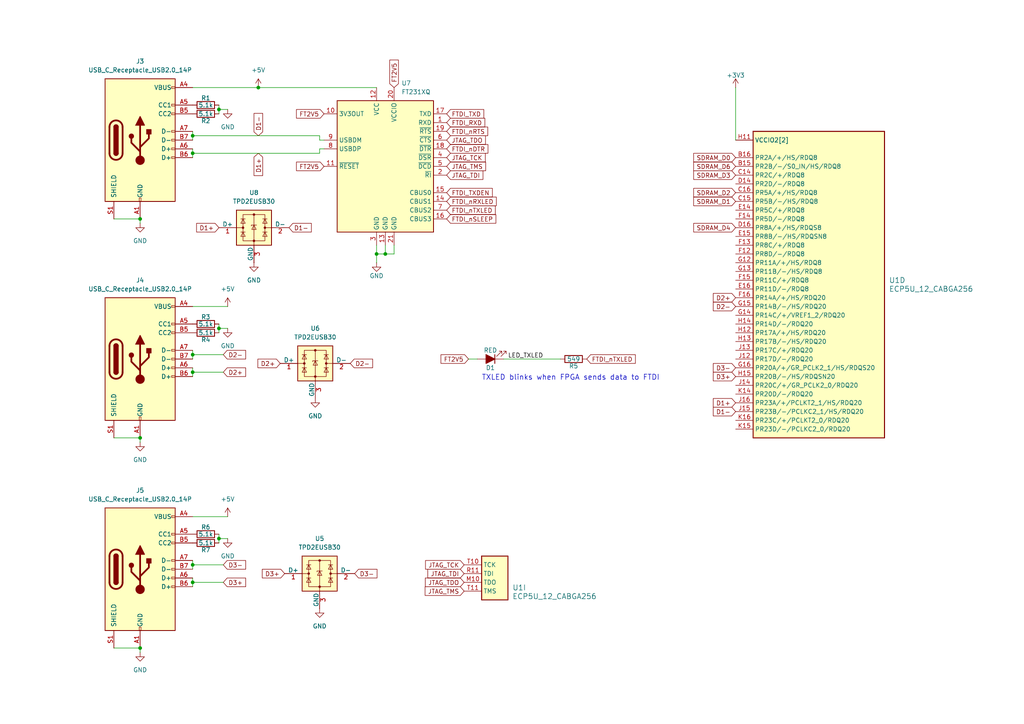
<source format=kicad_sch>
(kicad_sch (version 20250114) (generator "eeschema") (generator_version "9.0")
  (paper "A4")
  (text "TXLED blinks when FPGA sends data to FTDI" (at 139.7 110.49 0) (effects (font (size 1.524 1.524)) (justify left bottom)))
  (junction (at 40.64 187.96))
  (junction (at 74.93 25.4))
  (junction (at 63.5 156.21))
  (junction (at 63.5 31.75))
  (junction (at 55.88 102.87))
  (junction (at 63.5 95.25))
  (junction (at 111.76 73.66))
  (junction (at 40.64 63.5))
  (junction (at 55.88 168.91))
  (junction (at 55.88 163.83))
  (junction (at 109.22 73.66))
  (junction (at 55.88 44.45))
  (junction (at 55.88 39.37))
  (junction (at 40.64 127))
  (junction (at 55.88 107.95))
  (wire (pts (xy 213.36 25.4) (xy 213.36 40.64)))
  (wire (pts (xy 66.04 95.25) (xy 63.5 95.25)))
  (wire (pts (xy 55.88 88.9) (xy 66.04 88.9)))
  (wire (pts (xy 66.04 156.21) (xy 63.5 156.21)))
  (wire (pts (xy 92.71 44.45) (xy 92.71 43.18)))
  (wire (pts (xy 109.22 73.66) (xy 109.22 76.2)))
  (wire (pts (xy 92.71 40.64) (xy 92.71 39.37)))
  (wire (pts (xy 55.88 163.83) (xy 64.77 163.83)))
  (wire (pts (xy 55.88 168.91) (xy 64.77 168.91)))
  (wire (pts (xy 55.88 107.95) (xy 64.77 107.95)))
  (wire (pts (xy 55.88 168.91) (xy 55.88 170.18)))
  (wire (pts (xy 63.5 93.98) (xy 63.5 95.25)))
  (wire (pts (xy 63.5 95.25) (xy 63.5 96.52)))
  (wire (pts (xy 55.88 167.64) (xy 55.88 168.91)))
  (wire (pts (xy 63.5 156.21) (xy 63.5 157.48)))
  (wire (pts (xy 55.88 102.87) (xy 64.77 102.87)))
  (wire (pts (xy 55.88 40.64) (xy 55.88 39.37)))
  (wire (pts (xy 55.88 104.14) (xy 55.88 102.87)))
  (wire (pts (xy 111.76 71.12) (xy 111.76 73.66)))
  (wire (pts (xy 55.88 39.37) (xy 92.71 39.37)))
  (wire (pts (xy 135.89 104.14) (xy 138.43 104.14)))
  (wire (pts (xy 40.64 63.5) (xy 33.02 63.5)))
  (wire (pts (xy 40.64 187.96) (xy 33.02 187.96)))
  (wire (pts (xy 63.5 154.94) (xy 63.5 156.21)))
  (wire (pts (xy 93.98 40.64) (xy 92.71 40.64)))
  (wire (pts (xy 109.22 73.66) (xy 111.76 73.66)))
  (wire (pts (xy 40.64 128.27) (xy 40.64 127)))
  (wire (pts (xy 74.93 25.4) (xy 109.22 25.4)))
  (wire (pts (xy 66.04 31.75) (xy 63.5 31.75)))
  (wire (pts (xy 55.88 25.4) (xy 74.93 25.4)))
  (wire (pts (xy 55.88 165.1) (xy 55.88 163.83)))
  (wire (pts (xy 63.5 30.48) (xy 63.5 31.75)))
  (wire (pts (xy 55.88 107.95) (xy 55.88 109.22)))
  (wire (pts (xy 55.88 43.18) (xy 55.88 44.45)))
  (wire (pts (xy 40.64 127) (xy 33.02 127)))
  (wire (pts (xy 55.88 44.45) (xy 92.71 44.45)))
  (wire (pts (xy 55.88 44.45) (xy 55.88 45.72)))
  (wire (pts (xy 111.76 73.66) (xy 114.3 73.66)))
  (wire (pts (xy 55.88 106.68) (xy 55.88 107.95)))
  (wire (pts (xy 55.88 149.86) (xy 66.04 149.86)))
  (wire (pts (xy 114.3 73.66) (xy 114.3 71.12)))
  (wire (pts (xy 109.22 71.12) (xy 109.22 73.66)))
  (wire (pts (xy 63.5 31.75) (xy 63.5 33.02)))
  (wire (pts (xy 40.64 64.77) (xy 40.64 63.5)))
  (wire (pts (xy 55.88 39.37) (xy 55.88 38.1)))
  (wire (pts (xy 40.64 189.23) (xy 40.64 187.96)))
  (wire (pts (xy 55.88 102.87) (xy 55.88 101.6)))
  (wire (pts (xy 55.88 163.83) (xy 55.88 162.56)))
  (wire (pts (xy 146.05 104.14) (xy 162.56 104.14)))
  (wire (pts (xy 92.71 43.18) (xy 93.98 43.18)))
  (label "LED_TXLED" (at 147.32 104.14 0))
  (global_label "FTDI_RXD" (shape input) (at 129.54 35.56 0) (property "Intersheetrefs" "${INTERSHEET_REFS}" (effects (hide yes))))
  (global_label "FTDI_nTXLED" (shape input) (at 170.18 104.14 0) (property "Intersheetrefs" "${INTERSHEET_REFS}" (effects (hide yes))))
  (global_label "D1-" (shape input) (at 83.82 66.04 0) (property "Intersheetrefs" "${INTERSHEET_REFS}" (effects (hide yes))))
  (global_label "JTAG_TDO" (shape input) (at 134.62 168.91 180) (property "Intersheetrefs" "${INTERSHEET_REFS}" (effects (hide yes))))
  (global_label "D2+" (shape input) (at 213.36 86.36 180) (property "Intersheetrefs" "${INTERSHEET_REFS}" (effects (hide yes))))
  (global_label "D3+" (shape input) (at 82.55 166.37 180) (property "Intersheetrefs" "${INTERSHEET_REFS}" (effects (hide yes))))
  (global_label "FT2V5" (shape input) (at 93.98 33.02 180) (property "Intersheetrefs" "${INTERSHEET_REFS}" (effects (hide yes))))
  (global_label "JTAG_TDI" (shape input) (at 134.62 166.37 180) (property "Intersheetrefs" "${INTERSHEET_REFS}" (effects (hide yes))))
  (global_label "JTAG_TMS" (shape input) (at 129.54 48.26 0) (property "Intersheetrefs" "${INTERSHEET_REFS}" (effects (hide yes))))
  (global_label "D2-" (shape input) (at 213.36 88.9 180) (property "Intersheetrefs" "${INTERSHEET_REFS}" (effects (hide yes))))
  (global_label "FTDI_nTXLED" (shape input) (at 129.54 60.96 0) (property "Intersheetrefs" "${INTERSHEET_REFS}" (effects (hide yes))))
  (global_label "SDRAM_D2" (shape input) (at 213.36 55.88 180) (property "Intersheetrefs" "${INTERSHEET_REFS}" (effects (hide yes))))
  (global_label "FTDI_TXDEN" (shape input) (at 129.54 55.88 0) (property "Intersheetrefs" "${INTERSHEET_REFS}" (effects (hide yes))))
  (global_label "SDRAM_D0" (shape input) (at 213.36 45.72 180) (property "Intersheetrefs" "${INTERSHEET_REFS}" (effects (hide yes))))
  (global_label "D2-" (shape input) (at 101.6 105.41 0) (property "Intersheetrefs" "${INTERSHEET_REFS}" (effects (hide yes))))
  (global_label "D3-" (shape input) (at 102.87 166.37 0) (property "Intersheetrefs" "${INTERSHEET_REFS}" (effects (hide yes))))
  (global_label "D3+" (shape input) (at 64.77 168.91 0) (property "Intersheetrefs" "${INTERSHEET_REFS}" (effects (hide yes))))
  (global_label "FTDI_TXD" (shape input) (at 129.54 33.02 0) (property "Intersheetrefs" "${INTERSHEET_REFS}" (effects (hide yes))))
  (global_label "D2-" (shape input) (at 64.77 102.87 0) (property "Intersheetrefs" "${INTERSHEET_REFS}" (effects (hide yes))))
  (global_label "SDRAM_D1" (shape input) (at 213.36 58.42 180) (property "Intersheetrefs" "${INTERSHEET_REFS}" (effects (hide yes))))
  (global_label "FT2V5" (shape input) (at 114.3 25.4 90) (property "Intersheetrefs" "${INTERSHEET_REFS}" (effects (hide yes))))
  (global_label "SDRAM_D3" (shape input) (at 213.36 50.8 180) (property "Intersheetrefs" "${INTERSHEET_REFS}" (effects (hide yes))))
  (global_label "D2+" (shape input) (at 64.77 107.95 0) (property "Intersheetrefs" "${INTERSHEET_REFS}" (effects (hide yes))))
  (global_label "JTAG_TMS" (shape input) (at 134.62 171.45 180) (property "Intersheetrefs" "${INTERSHEET_REFS}" (effects (hide yes))))
  (global_label "D1-" (shape input) (at 213.36 119.38 180) (property "Intersheetrefs" "${INTERSHEET_REFS}" (effects (hide yes))))
  (global_label "SDRAM_D6" (shape input) (at 213.36 48.26 180) (property "Intersheetrefs" "${INTERSHEET_REFS}" (effects (hide yes))))
  (global_label "FTDI_nRXLED" (shape input) (at 129.54 58.42 0) (property "Intersheetrefs" "${INTERSHEET_REFS}" (effects (hide yes))))
  (global_label "FT2V5" (shape input) (at 135.89 104.14 180) (property "Intersheetrefs" "${INTERSHEET_REFS}" (effects (hide yes))))
  (global_label "D1+" (shape input) (at 74.93 44.45 270) (property "Intersheetrefs" "${INTERSHEET_REFS}" (effects (hide yes))))
  (global_label "JTAG_TDO" (shape input) (at 129.54 40.64 0) (property "Intersheetrefs" "${INTERSHEET_REFS}" (effects (hide yes))))
  (global_label "FTDI_nDTR" (shape input) (at 129.54 43.18 0) (property "Intersheetrefs" "${INTERSHEET_REFS}" (effects (hide yes))))
  (global_label "D3-" (shape input) (at 213.36 106.68 180) (property "Intersheetrefs" "${INTERSHEET_REFS}" (effects (hide yes))))
  (global_label "SDRAM_D4" (shape input) (at 213.36 66.04 180) (property "Intersheetrefs" "${INTERSHEET_REFS}" (effects (hide yes))))
  (global_label "JTAG_TCK" (shape input) (at 129.54 45.72 0) (property "Intersheetrefs" "${INTERSHEET_REFS}" (effects (hide yes))))
  (global_label "FT2V5" (shape input) (at 93.98 48.26 180) (property "Intersheetrefs" "${INTERSHEET_REFS}" (effects (hide yes))))
  (global_label "FTDI_nRTS" (shape input) (at 129.54 38.1 0) (property "Intersheetrefs" "${INTERSHEET_REFS}" (effects (hide yes))))
  (global_label "D1-" (shape input) (at 74.93 39.37 90) (property "Intersheetrefs" "${INTERSHEET_REFS}" (effects (hide yes))))
  (global_label "D3+" (shape input) (at 213.36 109.22 180) (property "Intersheetrefs" "${INTERSHEET_REFS}" (effects (hide yes))))
  (global_label "D2+" (shape input) (at 81.28 105.41 180) (property "Intersheetrefs" "${INTERSHEET_REFS}" (effects (hide yes))))
  (global_label "D1+" (shape input) (at 213.36 116.84 180) (property "Intersheetrefs" "${INTERSHEET_REFS}" (effects (hide yes))))
  (global_label "FTDI_nSLEEP" (shape input) (at 129.54 63.5 0) (property "Intersheetrefs" "${INTERSHEET_REFS}" (effects (hide yes))))
  (global_label "D3-" (shape input) (at 64.77 163.83 0) (property "Intersheetrefs" "${INTERSHEET_REFS}" (effects (hide yes))))
  (global_label "JTAG_TCK" (shape input) (at 134.62 163.83 180) (property "Intersheetrefs" "${INTERSHEET_REFS}" (effects (hide yes))))
  (global_label "D1+" (shape input) (at 63.5 66.04 180) (property "Intersheetrefs" "${INTERSHEET_REFS}" (effects (hide yes))))
  (global_label "JTAG_TDI" (shape input) (at 129.54 50.8 0) (property "Intersheetrefs" "${INTERSHEET_REFS}" (effects (hide yes))))
  (symbol (lib_id "power:GND") (at 109.22 76.2 0) (unit 1)
    (property "Reference" "#PWR041" (effects (hide yes)))
    (property "Value" "GND" (at 109.22 80.01 0))
  )
  (symbol (lib_id "Device:LED_ALT") (at 142.24 104.14 180) (unit 1)
    (property "Reference" "D1" (at 142.24 106.68 0))
    (property "Value" "RED" (at 142.24 101.6 0))
    (property "Footprint" "LED_SMD:LED_0603_1608Metric" (effects (hide yes)))
    (property "Datasheet" "https://optoelectronics.liteon.com/upload/download/DS-22-99-0150/LTST-C170KRKT.pdf" (effects (hide yes)))
  )
  (symbol (lib_id "Device:R") (at 166.37 104.14 270) (unit 1)
    (property "Reference" "R5" (at 166.37 106.172 90))
    (property "Value" "549" (at 166.37 104.14 90))
    (property "Footprint" "Resistor_SMD:R_0603_1608Metric" (effects (hide yes)))
  )
  (symbol (lib_id "Device:R") (at 59.69 96.52 270) (unit 1)
    (property "Reference" "R4" (at 59.69 98.552 90))
    (property "Value" "5.1k" (at 59.69 96.52 90))
    (property "Footprint" "Resistor_SMD:R_0603_1608Metric" (effects (hide yes)))
  )
  (symbol (lib_id "power:GND") (at 66.04 156.21 0) (unit 1)
    (property "Reference" "#PWR043" (effects (hide yes)))
    (property "Value" "GND" (at 66.04 161.29 0))
    (property "Description" "Power symbol creates a global label with name \"GND\" , ground" (effects (hide yes)))
  )
  (symbol (lib_id "josh-ic:ECP5U_12_CABGA256") (at 142.24 167.64 0) (unit 9)
    (property "Reference" "U1" (at 148.59 170.434 0) (effects (font (size 1.524 1.524)) (justify left)))
    (property "Value" "ECP5U_12_CABGA256" (at 148.59 172.974 0) (effects (font (size 1.524 1.524)) (justify left)))
    (property "Footprint" "Package_BGA:BGA-256_14.0x14.0mm_Layout16x16_P0.8mm_Ball0.45mm_Pad0.32mm_NSMD" (effects (hide yes)))
    (property "Datasheet" "https://www.lcsc.com/datasheet/lcsc_datasheet_2411220131_Lattice-LFE5U-25F-6BG256C_C1521614.pdf" (effects (hide yes)))
    (property "LCSC Part" " C1521614" (effects (hide yes)))
  )
  (symbol (lib_id "power:GND") (at 73.66 76.2 0) (unit 1)
    (property "Reference" "#PWR046" (effects (hide yes)))
    (property "Value" "GND" (at 73.66 81.28 0))
    (property "Description" "Power symbol creates a global label with name \"GND\" , ground" (effects (hide yes)))
  )
  (symbol (lib_id "Interface_USB:FT231XQ") (at 111.76 48.26 0) (unit 1)
    (property "Reference" "U7" (at 116.4433 24.13 0) (effects (justify left)))
    (property "Value" "FT231XQ" (at 116.4433 26.67 0) (effects (justify left)))
    (property "Footprint" "Package_DFN_QFN:QFN-20-1EP_4x4mm_P0.5mm_EP2.5x2.5mm" (effects (hide yes)))
    (property "Datasheet" "https://www.ftdichip.com/Support/Documents/DataSheets/ICs/DS_FT231X.pdf" (effects (hide yes)))
    (property "Description" "Full Speed USB to Full Handshake UART, QFN-20" (effects (hide yes)))
  )
  (symbol (lib_id "power:+5V") (at 66.04 88.9 0) (unit 1)
    (property "Reference" "#PWR034" (effects (hide yes)))
    (property "Value" "+5V" (at 66.04 83.82 0))
    (property "Description" "Power symbol creates a global label with name \"+5V\"" (effects (hide yes)))
  )
  (symbol (lib_id "power:GND") (at 91.44 115.57 0) (unit 1)
    (property "Reference" "#PWR045" (effects (hide yes)))
    (property "Value" "GND" (at 91.44 120.65 0))
    (property "Description" "Power symbol creates a global label with name \"GND\" , ground" (effects (hide yes)))
  )
  (symbol (lib_id "Device:R") (at 59.69 33.02 270) (unit 1)
    (property "Reference" "R2" (at 59.69 35.052 90))
    (property "Value" "5.1k" (at 59.69 33.02 90))
    (property "Footprint" "Resistor_SMD:R_0603_1608Metric" (effects (hide yes)))
  )
  (symbol (lib_id "power:GND") (at 40.64 64.77 0) (unit 1)
    (property "Reference" "#PWR039" (effects (hide yes)))
    (property "Value" "GND" (at 40.64 69.85 0))
    (property "Description" "Power symbol creates a global label with name \"GND\" , ground" (effects (hide yes)))
  )
  (symbol (lib_id "power:GND") (at 40.64 189.23 0) (unit 1)
    (property "Reference" "#PWR047" (effects (hide yes)))
    (property "Value" "GND" (at 40.64 194.31 0))
    (property "Description" "Power symbol creates a global label with name \"GND\" , ground" (effects (hide yes)))
  )
  (symbol (lib_id "power:+3V3") (at 213.36 25.4 0) (unit 1)
    (property "Reference" "#PWR059" (effects (hide yes)))
    (property "Value" "+3V3" (at 213.36 21.844 0))
  )
  (symbol (lib_id "power:GND") (at 66.04 31.75 0) (unit 1)
    (property "Reference" "#PWR035" (effects (hide yes)))
    (property "Value" "GND" (at 66.04 36.83 0))
    (property "Description" "Power symbol creates a global label with name \"GND\" , ground" (effects (hide yes)))
  )
  (symbol (lib_id "power:GND") (at 92.71 176.53 0) (unit 1)
    (property "Reference" "#PWR044" (effects (hide yes)))
    (property "Value" "GND" (at 92.71 181.61 0))
    (property "Description" "Power symbol creates a global label with name \"GND\" , ground" (effects (hide yes)))
  )
  (symbol (lib_id "Device:R") (at 59.69 93.98 270) (mirror x) (unit 1)
    (property "Reference" "R3" (at 59.69 91.948 90))
    (property "Value" "5.1k" (at 59.69 93.98 90))
    (property "Footprint" "Resistor_SMD:R_0603_1608Metric" (effects (hide yes)))
  )
  (symbol (lib_id "Device:R") (at 59.69 30.48 270) (mirror x) (unit 1)
    (property "Reference" "R1" (at 59.69 28.448 90))
    (property "Value" "5.1k" (at 59.69 30.48 90))
    (property "Footprint" "Resistor_SMD:R_0603_1608Metric" (effects (hide yes)))
  )
  (symbol (lib_id "power:GND") (at 66.04 95.25 0) (unit 1)
    (property "Reference" "#PWR036" (effects (hide yes)))
    (property "Value" "GND" (at 66.04 100.33 0))
    (property "Description" "Power symbol creates a global label with name \"GND\" , ground" (effects (hide yes)))
  )
  (symbol (lib_id "power:+5V") (at 66.04 149.86 0) (unit 1)
    (property "Reference" "#PWR042" (effects (hide yes)))
    (property "Value" "+5V" (at 66.04 144.78 0))
    (property "Description" "Power symbol creates a global label with name \"+5V\"" (effects (hide yes)))
  )
  (symbol (lib_id "Power_Protection:TPD2EUSB30") (at 91.44 105.41 0) (unit 1)
    (property "Reference" "U6" (at 91.44 95.25 0))
    (property "Value" "TPD2EUSB30" (at 91.44 97.79 0))
    (property "Footprint" "Package_TO_SOT_SMD:Texas_DRT-3" (effects (hide yes)))
    (property "Datasheet" "http://www.ti.com/lit/ds/symlink/tpd2eusb30a.pdf" (effects (hide yes)))
    (property "Description" "2-Channel ESD Protection for Super-Speed USB 3.0 Interface, DRT-3" (effects (hide yes)))
  )
  (symbol (lib_id "Device:R") (at 59.69 157.48 270) (unit 1)
    (property "Reference" "R7" (at 59.69 159.512 90))
    (property "Value" "5.1k" (at 59.69 157.48 90))
    (property "Footprint" "Resistor_SMD:R_0603_1608Metric" (effects (hide yes)))
  )
  (symbol (lib_id "Connector:USB_C_Receptacle_USB2.0_14P") (at 40.64 40.64 0) (unit 1)
    (property "Reference" "J3" (at 40.64 17.78 0))
    (property "Value" "USB_C_Receptacle_USB2.0_14P" (at 40.64 20.32 0))
    (property "Footprint" "Connector_USB:USB_C_Receptacle_GCT_USB4105-xx-A_16P_TopMnt_Horizontal" (effects (hide yes)))
    (property "Datasheet" "https://www.usb.org/sites/default/files/documents/usb_type-c.zip" (effects (hide yes)))
    (property "Description" "USB 2.0-only 14P Type-C Receptacle connector" (effects (hide yes)))
    (property "LCSC Part" " C2765186" (effects (hide yes)))
  )
  (symbol (lib_id "Device:R") (at 59.69 154.94 270) (mirror x) (unit 1)
    (property "Reference" "R6" (at 59.69 152.908 90))
    (property "Value" "5.1k" (at 59.69 154.94 90))
    (property "Footprint" "Resistor_SMD:R_0603_1608Metric" (effects (hide yes)))
  )
  (symbol (lib_id "Connector:USB_C_Receptacle_USB2.0_14P") (at 40.64 165.1 0) (unit 1)
    (property "Reference" "J5" (at 40.64 142.24 0))
    (property "Value" "USB_C_Receptacle_USB2.0_14P" (at 40.64 144.78 0))
    (property "Footprint" "Connector_USB:USB_C_Receptacle_GCT_USB4105-xx-A_16P_TopMnt_Horizontal" (effects (hide yes)))
    (property "Datasheet" "https://www.usb.org/sites/default/files/documents/usb_type-c.zip" (effects (hide yes)))
    (property "Description" "USB 2.0-only 14P Type-C Receptacle connector" (effects (hide yes)))
    (property "LCSC Part" " C2765186" (effects (hide yes)))
  )
  (symbol (lib_id "Power_Protection:TPD2EUSB30") (at 73.66 66.04 0) (unit 1)
    (property "Reference" "U8" (at 73.66 55.88 0))
    (property "Value" "TPD2EUSB30" (at 73.66 58.42 0))
    (property "Footprint" "Package_TO_SOT_SMD:Texas_DRT-3" (effects (hide yes)))
    (property "Datasheet" "http://www.ti.com/lit/ds/symlink/tpd2eusb30a.pdf" (effects (hide yes)))
    (property "Description" "2-Channel ESD Protection for Super-Speed USB 3.0 Interface, DRT-3" (effects (hide yes)))
  )
  (symbol (lib_id "power:+5V") (at 74.93 25.4 0) (unit 1)
    (property "Reference" "#PWR033" (effects (hide yes)))
    (property "Value" "+5V" (at 74.93 20.32 0))
    (property "Description" "Power symbol creates a global label with name \"+5V\"" (effects (hide yes)))
  )
  (symbol (lib_name "ECP5U_12_CABGA256_1") (lib_id "josh-ic:ECP5U_12_CABGA256") (at 234.95 78.74 0) (unit 4)
    (property "Reference" "U1" (at 257.81 81.2799 0) (effects (font (size 1.524 1.524)) (justify left)))
    (property "Value" "ECP5U_12_CABGA256" (at 257.81 83.8199 0) (effects (font (size 1.524 1.524)) (justify left)))
    (property "Footprint" "Package_BGA:BGA-256_14.0x14.0mm_Layout16x16_P0.8mm_Ball0.45mm_Pad0.32mm_NSMD" (effects (hide yes)))
    (property "Datasheet" "https://www.lcsc.com/datasheet/lcsc_datasheet_2411220131_Lattice-LFE5U-25F-6BG256C_C1521614.pdf" (effects (hide yes)))
    (property "LCSC Part" " C1521614" (effects (hide yes)))
  )
  (symbol (lib_id "Power_Protection:TPD2EUSB30") (at 92.71 166.37 0) (unit 1)
    (property "Reference" "U5" (at 92.71 156.21 0))
    (property "Value" "TPD2EUSB30" (at 92.71 158.75 0))
    (property "Footprint" "Package_TO_SOT_SMD:Texas_DRT-3" (effects (hide yes)))
    (property "Datasheet" "http://www.ti.com/lit/ds/symlink/tpd2eusb30a.pdf" (effects (hide yes)))
    (property "Description" "2-Channel ESD Protection for Super-Speed USB 3.0 Interface, DRT-3" (effects (hide yes)))
  )
  (symbol (lib_id "power:GND") (at 40.64 128.27 0) (unit 1)
    (property "Reference" "#PWR040" (effects (hide yes)))
    (property "Value" "GND" (at 40.64 133.35 0))
    (property "Description" "Power symbol creates a global label with name \"GND\" , ground" (effects (hide yes)))
  )
  (symbol (lib_id "Connector:USB_C_Receptacle_USB2.0_14P") (at 40.64 104.14 0) (unit 1)
    (property "Reference" "J4" (at 40.64 81.28 0))
    (property "Value" "USB_C_Receptacle_USB2.0_14P" (at 40.64 83.82 0))
    (property "Footprint" "Connector_USB:USB_C_Receptacle_GCT_USB4105-xx-A_16P_TopMnt_Horizontal" (effects (hide yes)))
    (property "Datasheet" "https://www.usb.org/sites/default/files/documents/usb_type-c.zip" (effects (hide yes)))
    (property "Description" "USB 2.0-only 14P Type-C Receptacle connector" (effects (hide yes)))
    (property "LCSC Part" " C2765186" (effects (hide yes)))
  )
)
</source>
